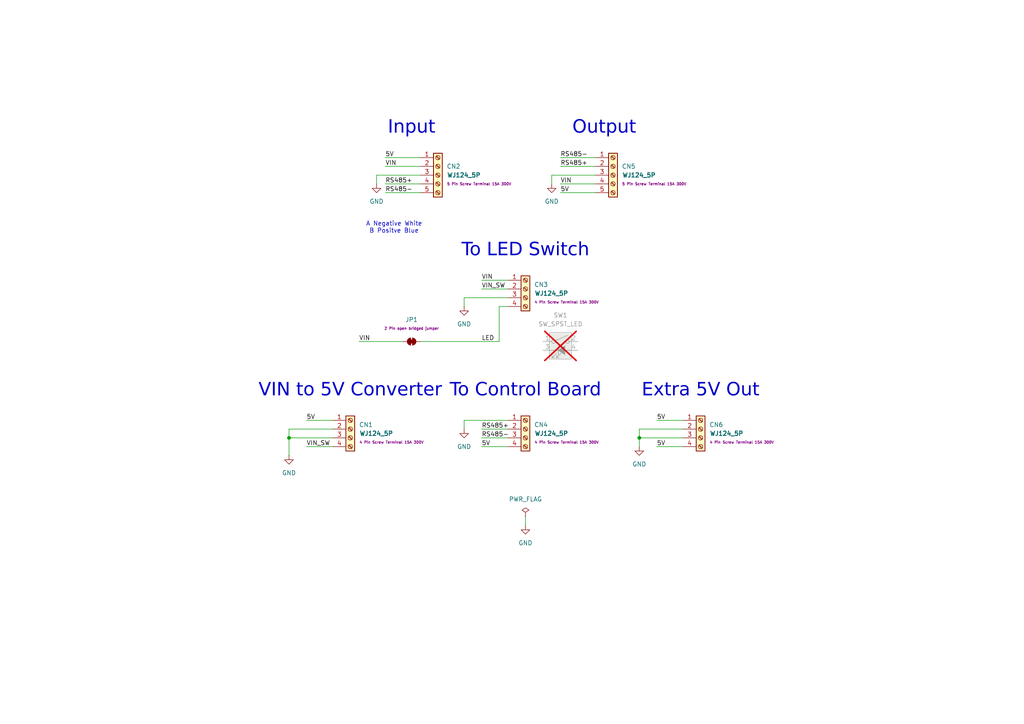
<source format=kicad_sch>
(kicad_sch (version 20231120) (generator "eeschema") (generator_version "8.0")
  (paper "A4")
  (lib_symbols
    (symbol "LiveAstra:CN_SCREW_TERMINAL_WJ124_4P_15A" (pin_names hide)
      (property "Reference" "CN" (at 0 12.7 0))
      (property "Value" "WJ124_5P" (at 0 10.16 0))
      (property "Extra Values" "4 Pin Screw Terminal 15A 300V" (at 0 7.62 0))
      (symbol "CN_SCREW_TERMINAL_WJ124_4P_15A_1_1"
        (rectangle (start -1.27 6.35) (end 1.27 -3.81) (stroke (width 0.254)) (fill (type background)))
        (circle (center 0 -2.54) (radius 0.635) (stroke (width 0.1524)))
        (polyline (pts (xy -0.5334 -2.2098) (xy 0.3302 -3.048)) (stroke (width 0.1524)))
        (polyline (pts (xy -0.5334 0.3302) (xy 0.3302 -0.508)) (stroke (width 0.1524)))
        (polyline (pts (xy -0.5334 2.8702) (xy 0.3302 2.032)) (stroke (width 0.1524)))
        (polyline (pts (xy -0.5334 5.4102) (xy 0.3302 4.572)) (stroke (width 0.1524)))
        (polyline (pts (xy -0.3556 -2.032) (xy 0.508 -2.8702)) (stroke (width 0.1524)))
        (polyline (pts (xy -0.3556 0.508) (xy 0.508 -0.3302)) (stroke (width 0.1524)))
        (polyline (pts (xy -0.3556 3.048) (xy 0.508 2.2098)) (stroke (width 0.1524)))
        (polyline (pts (xy -0.3556 5.588) (xy 0.508 4.7498)) (stroke (width 0.1524)))
        (circle (center 0 0) (radius 0.635) (stroke (width 0.1524)))
        (circle (center 0 2.54) (radius 0.635) (stroke (width 0.1524)))
        (circle (center 0 5.08) (radius 0.635) (stroke (width 0.1524)))
        (pin passive line (at -5.08 5.08 0) (length 3.81) (name "Pin_1") (number "1"))
        (pin passive line (at -5.08 2.54 0) (length 3.81) (name "Pin_2") (number "2"))
        (pin passive line (at -5.08 0 0) (length 3.81) (name "Pin_3") (number "3"))
        (pin passive line (at -5.08 -2.54 0) (length 3.81) (name "Pin_4") (number "4"))
      )
    )
    (symbol "LiveAstra:CN_SCREW_TERMINAL_WJ124_5P_15A" (pin_names hide)
      (property "Reference" "CN" (at 0 13.97 0))
      (property "Value" "WJ124_5P" (at 0 11.43 0))
      (property "Extra Values" "5 Pin Screw Terminal 15A 300V" (at 0 8.89 0))
      (symbol "CN_SCREW_TERMINAL_WJ124_5P_15A_1_1"
        (rectangle (start -1.27 6.35) (end 1.27 -6.35) (stroke (width 0.254)) (fill (type background)))
        (circle (center 0 -5.08) (radius 0.635) (stroke (width 0.1524)))
        (circle (center 0 -2.54) (radius 0.635) (stroke (width 0.1524)))
        (polyline (pts (xy -0.5334 -4.7498) (xy 0.3302 -5.588)) (stroke (width 0.1524)))
        (polyline (pts (xy -0.5334 -2.2098) (xy 0.3302 -3.048)) (stroke (width 0.1524)))
        (polyline (pts (xy -0.5334 0.3302) (xy 0.3302 -0.508)) (stroke (width 0.1524)))
        (polyline (pts (xy -0.5334 2.8702) (xy 0.3302 2.032)) (stroke (width 0.1524)))
        (polyline (pts (xy -0.5334 5.4102) (xy 0.3302 4.572)) (stroke (width 0.1524)))
        (polyline (pts (xy -0.3556 -4.572) (xy 0.508 -5.4102)) (stroke (width 0.1524)))
        (polyline (pts (xy -0.3556 -2.032) (xy 0.508 -2.8702)) (stroke (width 0.1524)))
        (polyline (pts (xy -0.3556 0.508) (xy 0.508 -0.3302)) (stroke (width 0.1524)))
        (polyline (pts (xy -0.3556 3.048) (xy 0.508 2.2098)) (stroke (width 0.1524)))
        (polyline (pts (xy -0.3556 5.588) (xy 0.508 4.7498)) (stroke (width 0.1524)))
        (circle (center 0 0) (radius 0.635) (stroke (width 0.1524)))
        (circle (center 0 2.54) (radius 0.635) (stroke (width 0.1524)))
        (circle (center 0 5.08) (radius 0.635) (stroke (width 0.1524)))
        (pin passive line (at -5.08 5.08 0) (length 3.81) (name "Pin_1") (number "1"))
        (pin passive line (at -5.08 2.54 0) (length 3.81) (name "Pin_2") (number "2"))
        (pin passive line (at -5.08 0 0) (length 3.81) (name "Pin_3") (number "3"))
        (pin passive line (at -5.08 -2.54 0) (length 3.81) (name "Pin_4") (number "4"))
        (pin passive line (at -5.08 -5.08 0) (length 3.81) (name "Pin_5") (number "5"))
      )
    )
    (symbol "LiveAstra:JP_SolderJumper_2_Bridged" (pin_numbers hide) (pin_names (offset 0) hide) (exclude_from_sim yes) (in_bom no)
      (property "Reference" "JP" (at 0 2.54 0))
      (symbol "JP_SolderJumper_2_Bridged_0_1"
        (rectangle (start -0.508 0.508) (end 0.508 -0.508) (fill (type outline)))
        (arc (start -0.254 1.016) (mid -1.2656 0) (end -0.254 -1.016))
        (arc (start -0.254 1.016) (mid -1.2656 0) (end -0.254 -1.016) (fill (type outline)))
        (polyline (pts (xy -0.254 1.016) (xy -0.254 -1.016)))
        (polyline (pts (xy 0.254 1.016) (xy 0.254 -1.016)))
        (arc (start 0.254 -1.016) (mid 1.2656 0) (end 0.254 1.016))
        (arc (start 0.254 -1.016) (mid 1.2656 0) (end 0.254 1.016) (fill (type outline)))
      )
      (symbol "JP_SolderJumper_2_Bridged_1_1"
        (pin passive line (at -2.54 0 0) (length 1.27) (name "A") (number "1"))
        (pin passive line (at 2.54 0 180) (length 1.27) (name "B") (number "2"))
      )
    )
    (symbol "Switch:SW_SPST_LED" (pin_names (offset 1.016) hide)
      (property "Reference" "SW" (at 0 6.35 0))
      (property "Value" "SW_SPST_LED" (at 0 -3.81 0))
      (symbol "SW_SPST_LED_0_0"
        (polyline (pts (xy -2.54 0) (xy 2.54 0)))
        (polyline (pts (xy -2.413 -2.159) (xy -1.143 -0.889)))
        (polyline (pts (xy -1.143 -2.159) (xy 0.127 -0.889)))
        (polyline (pts (xy -0.635 1.27) (xy -0.635 -1.27)))
        (polyline (pts (xy -2.413 -1.524) (xy -2.413 -2.159) (xy -1.778 -2.159)))
        (polyline (pts (xy -1.143 -1.524) (xy -1.143 -2.159) (xy -0.508 -2.159)))
        (polyline (pts (xy -0.635 0) (xy 1.27 1.27) (xy 1.27 -1.27) (xy -0.635 0)) (fill (type outline)))
      )
      (symbol "SW_SPST_LED_0_1"
        (circle (center -2.032 2.54) (radius 0.508))
        (polyline (pts (xy -1.524 2.794) (xy 2.032 4.318)))
        (circle (center 2.032 2.54) (radius 0.508))
        (pin passive line (at -5.08 2.54 0) (length 2.54) (name "1") (number "1"))
        (pin passive line (at 5.08 2.54 180) (length 2.54) (name "2") (number "2"))
        (pin passive line (at -5.08 0 0) (length 2.54) (name "K") (number "3"))
        (pin passive line (at 5.08 0 180) (length 2.54) (name "A") (number "4"))
      )
      (symbol "SW_SPST_LED_1_1"
        (rectangle (start -3.175 5.08) (end 3.175 -2.54) (fill (type background)))
      )
    )
    (symbol "power:GND" (power) (pin_numbers hide) (pin_names (offset 0) hide)
      (property "Value" "GND" (at 0 -3.81 0))
      (symbol "GND_0_1"
        (polyline (pts (xy 0 0) (xy 0 -1.27) (xy 1.27 -1.27) (xy 0 -2.54) (xy -1.27 -1.27) (xy 0 -1.27)))
      )
      (symbol "GND_1_1"
        (pin power_in line (at 0 0 270) (length 0) (name "~") (number "1"))
      )
    )
    (symbol "power:PWR_FLAG" (power) (pin_numbers hide) (pin_names (offset 0) hide)
      (property "Value" "PWR_FLAG" (at 0 3.81 0))
      (symbol "PWR_FLAG_0_0"
        (pin power_out line (at 0 0 90) (length 0) (name "~") (number "1"))
      )
      (symbol "PWR_FLAG_0_1"
        (polyline (pts (xy 0 0) (xy 0 1.27) (xy -1.016 1.905) (xy 0 2.54) (xy 1.016 1.905) (xy 0 1.27)))
      )
    )
  )
  (junction (at 185.42 127))
  (junction (at 83.82 127))
  (wire (pts (xy 111.76 55.88) (xy 121.92 55.88)))
  (wire (pts (xy 109.22 50.8) (xy 121.92 50.8)))
  (wire (pts (xy 190.5 129.54) (xy 198.12 129.54)))
  (wire (pts (xy 104.14 99.06) (xy 116.84 99.06)))
  (wire (pts (xy 139.7 81.28) (xy 147.32 81.28)))
  (wire (pts (xy 139.7 127) (xy 147.32 127)))
  (wire (pts (xy 134.62 86.36) (xy 134.62 88.9)))
  (wire (pts (xy 190.5 121.92) (xy 198.12 121.92)))
  (wire (pts (xy 185.42 124.46) (xy 198.12 124.46)))
  (wire (pts (xy 83.82 124.46) (xy 96.52 124.46)))
  (wire (pts (xy 111.76 48.26) (xy 121.92 48.26)))
  (wire (pts (xy 83.82 127) (xy 96.52 127)))
  (wire (pts (xy 185.42 124.46) (xy 185.42 127)))
  (wire (pts (xy 121.92 99.06) (xy 144.78 99.06)))
  (wire (pts (xy 111.76 45.72) (xy 121.92 45.72)))
  (wire (pts (xy 111.76 53.34) (xy 121.92 53.34)))
  (wire (pts (xy 83.82 127) (xy 83.82 132.08)))
  (wire (pts (xy 185.42 127) (xy 198.12 127)))
  (wire (pts (xy 144.78 88.9) (xy 147.32 88.9)))
  (wire (pts (xy 144.78 99.06) (xy 144.78 88.9)))
  (wire (pts (xy 162.56 55.88) (xy 172.72 55.88)))
  (wire (pts (xy 88.9 129.54) (xy 96.52 129.54)))
  (wire (pts (xy 162.56 48.26) (xy 172.72 48.26)))
  (wire (pts (xy 109.22 50.8) (xy 109.22 53.34)))
  (wire (pts (xy 152.4 152.4) (xy 152.4 149.86)))
  (wire (pts (xy 139.7 124.46) (xy 147.32 124.46)))
  (wire (pts (xy 162.56 53.34) (xy 172.72 53.34)))
  (wire (pts (xy 139.7 83.82) (xy 147.32 83.82)))
  (wire (pts (xy 162.56 45.72) (xy 172.72 45.72)))
  (wire (pts (xy 185.42 127) (xy 185.42 129.54)))
  (wire (pts (xy 88.9 121.92) (xy 96.52 121.92)))
  (wire (pts (xy 134.62 121.92) (xy 134.62 124.46)))
  (wire (pts (xy 134.62 121.92) (xy 147.32 121.92)))
  (wire (pts (xy 139.7 129.54) (xy 147.32 129.54)))
  (wire (pts (xy 160.02 50.8) (xy 160.02 53.34)))
  (wire (pts (xy 160.02 50.8) (xy 172.72 50.8)))
  (wire (pts (xy 83.82 124.46) (xy 83.82 127)))
  (wire (pts (xy 134.62 86.36) (xy 147.32 86.36)))
  (text "A Negative White\nB Positve Blue" (at 114.3 66.04 0) (effects (font (size 1.27 1.27))))
  (text "To Control Board" (at 152.4 114.3 0) (effects (font (size 3.81 3.81))))
  (text "Extra 5V Out" (at 203.2 114.3 0) (effects (font (size 3.81 3.81))))
  (text "VIN to 5V Converter" (at 101.6 114.3 0) (effects (font (size 3.81 3.81))))
  (text "Output" (at 175.26 38.1 0) (effects (font (size 3.81 3.81))))
  (text "To LED Switch" (at 152.4 73.66 0) (effects (font (size 3.81 3.81))))
  (text "Input" (at 119.38 38.1 0) (effects (font (size 3.81 3.81))))
  (label "5V" (at 190.5 121.92 0))
  (label "RS485+" (at 139.7 124.46 0))
  (label "RS485-" (at 111.76 55.88 0))
  (label "VIN_SW" (at 139.7 83.82 0))
  (label "5V" (at 88.9 121.92 0))
  (label "5V" (at 162.56 55.88 0))
  (label "VIN" (at 111.76 48.26 0))
  (label "5V" (at 139.7 129.54 0))
  (label "VIN" (at 139.7 81.28 0))
  (label "RS485-" (at 162.56 45.72 0))
  (label "RS485-" (at 139.7 127 0))
  (label "5V" (at 111.76 45.72 0))
  (label "RS485+" (at 111.76 53.34 0))
  (label "RS485+" (at 162.56 48.26 0))
  (label "LED" (at 139.7 99.06 0))
  (label "VIN" (at 104.14 99.06 0))
  (label "VIN" (at 162.56 53.34 0))
  (label "VIN_SW" (at 88.9 129.54 0))
  (label "5V" (at 190.5 129.54 0))
  (symbol (lib_id "power:GND") (at 83.82 132.08 0) (unit 1)
    (property "Reference" "#PWR01" (effects (hide yes)))
    (property "Value" "GND" (at 83.82 137.16 0))
    (property "Description" "Power symbol creates a global label with name \"GND\" , ground" (effects (hide yes)))
  )
  (symbol (lib_id "power:PWR_FLAG") (at 152.4 149.86 0) (unit 1)
    (property "Reference" "#FLG01" (effects (hide yes)))
    (property "Value" "PWR_FLAG" (at 152.4 144.78 0))
    (property "Description" "Special symbol for telling ERC where power comes from" (effects (hide yes)))
  )
  (symbol (lib_id "power:GND") (at 185.42 129.54 0) (unit 1)
    (property "Reference" "#PWR09" (effects (hide yes)))
    (property "Value" "GND" (at 185.42 134.62 0))
    (property "Description" "Power symbol creates a global label with name \"GND\" , ground" (effects (hide yes)))
  )
  (symbol (lib_id "LiveAstra:CN_SCREW_TERMINAL_WJ124_4P_15A") (at 101.6 127 0) (unit 1)
    (property "Reference" "CN1" (at 104.14 123.1899 0) (effects (justify left)))
    (property "Value" "WJ124_5P" (at 104.14 125.73 0) (effects (font (bold yes)) (justify left)))
    (property "Footprint" "LiveAstra:CN_SCREW_TERMINAL_WJ124_4P-P3.81_KF124-4P" (effects (hide yes)))
    (property "Datasheet" "https://lcsc.com/product-detail/Terminal-Blocks_KF124-3-81-4P-pitch3-81mm_C69809.html" (effects (hide yes)))
    (property "Description" "1x4P -40℃~+105℃ 15A 300V Green 14~30 Direct Insert 3.81mm 1.5 1 4 Plugin,P=3.81mm Screw Terminal Blocks ROHS" (effects (hide yes)))
    (property "LCSC Part" "C69809" (effects (hide yes)))
    (property "Extra Values" "4 Pin Screw Terminal 15A 300V" (at 104.14 128.2699 0) (effects (font (size 0.762 0.762) (bold yes)) (justify left)))
    (property "MFR" "Ningbo Kangnex Elec" (effects (hide yes)))
    (property "MPN" "WJ124-3.81-4P" (effects (hide yes)))
  )
  (symbol (lib_id "LiveAstra:CN_SCREW_TERMINAL_WJ124_5P_15A") (at 177.8 50.8 0) (unit 1)
    (property "Reference" "CN5" (at 180.34 48.2599 0) (effects (justify left)))
    (property "Value" "WJ124_5P" (at 180.34 50.8 0) (effects (font (bold yes)) (justify left)))
    (property "Footprint" "LiveAstra:CN_SCREW_TERMINAL_WJ124_5P-P3.81_KF124-5P" (effects (hide yes)))
    (property "Datasheet" "https://lcsc.com/product-detail/Terminal-Blocks_WJ124-3-81-5P_C72336.html" (effects (hide yes)))
    (property "Description" "1x5P -40℃~+105℃ 15A 300V Green 14~30 Direct Insert 3.81mm 1.5 1 5 Plugin,P=3.81mm Screw Terminal Blocks ROHS" (effects (hide yes)))
    (property "LCSC Part" "C72336" (effects (hide yes)))
    (property "Extra Values" "5 Pin Screw Terminal 15A 300V" (at 180.34 53.3399 0) (effects (font (size 0.762 0.762) (bold yes)) (justify left)))
    (property "MFR" "Ningbo Kangnex Elec" (effects (hide yes)))
    (property "MPN" "WJ124-3.81-5P" (effects (hide yes)))
  )
  (symbol (lib_id "power:GND") (at 134.62 88.9 0) (unit 1)
    (property "Reference" "#PWR04" (effects (hide yes)))
    (property "Value" "GND" (at 134.62 93.98 0))
    (property "Description" "Power symbol creates a global label with name \"GND\" , ground" (effects (hide yes)))
  )
  (symbol (lib_id "power:GND") (at 160.02 53.34 0) (unit 1)
    (property "Reference" "#PWR07" (effects (hide yes)))
    (property "Value" "GND" (at 160.02 58.42 0))
    (property "Description" "Power symbol creates a global label with name \"GND\" , ground" (effects (hide yes)))
  )
  (symbol (lib_id "LiveAstra:JP_SolderJumper_2_Bridged") (at 119.38 99.06 0) (unit 1) (exclude_from_sim yes) (in_bom no)
    (property "Reference" "JP1" (at 119.38 92.71 0))
    (property "Value" "JP_SolderJumper_2_Bridged" (effects (hide yes)))
    (property "Footprint" "Jumper:SolderJumper-2_P1.3mm_Bridged_RoundedPad1.0x1.5mm" (effects (hide yes)))
    (property "Description" "Solder Jumper, 2-pole, closed/bridged" (effects (hide yes)))
    (property "Extra Values" "2 Pin open bridged jumper" (at 119.38 95.25 0) (effects (font (size 0.762 0.762) (bold yes))))
  )
  (symbol (lib_id "power:GND") (at 152.4 152.4 0) (unit 1)
    (property "Reference" "#PWR06" (effects (hide yes)))
    (property "Value" "GND" (at 152.4 157.48 0))
    (property "Description" "Power symbol creates a global label with name \"GND\" , ground" (effects (hide yes)))
  )
  (symbol (lib_id "power:GND") (at 109.22 53.34 0) (unit 1)
    (property "Reference" "#PWR02" (effects (hide yes)))
    (property "Value" "GND" (at 109.22 58.42 0))
    (property "Description" "Power symbol creates a global label with name \"GND\" , ground" (effects (hide yes)))
  )
  (symbol (lib_id "LiveAstra:CN_SCREW_TERMINAL_WJ124_5P_15A") (at 127 50.8 0) (unit 1)
    (property "Reference" "CN2" (at 129.54 48.2599 0) (effects (justify left)))
    (property "Value" "WJ124_5P" (at 129.54 50.8 0) (effects (font (bold yes)) (justify left)))
    (property "Footprint" "LiveAstra:CN_SCREW_TERMINAL_WJ124_5P-P3.81_KF124-5P" (effects (hide yes)))
    (property "Datasheet" "https://lcsc.com/product-detail/Terminal-Blocks_WJ124-3-81-5P_C72336.html" (effects (hide yes)))
    (property "Description" "1x5P -40℃~+105℃ 15A 300V Green 14~30 Direct Insert 3.81mm 1.5 1 5 Plugin,P=3.81mm Screw Terminal Blocks ROHS" (effects (hide yes)))
    (property "LCSC Part" "C72336" (effects (hide yes)))
    (property "Extra Values" "5 Pin Screw Terminal 15A 300V" (at 129.54 53.3399 0) (effects (font (size 0.762 0.762) (bold yes)) (justify left)))
    (property "MFR" "Ningbo Kangnex Elec" (effects (hide yes)))
    (property "MPN" "WJ124-3.81-5P" (effects (hide yes)))
  )
  (symbol (lib_id "LiveAstra:CN_SCREW_TERMINAL_WJ124_4P_15A") (at 152.4 86.36 0) (unit 1)
    (property "Reference" "CN3" (at 154.94 82.5499 0) (effects (justify left)))
    (property "Value" "WJ124_5P" (at 154.94 85.09 0) (effects (font (bold yes)) (justify left)))
    (property "Footprint" "LiveAstra:CN_SCREW_TERMINAL_WJ124_4P-P3.81_KF124-4P" (effects (hide yes)))
    (property "Datasheet" "https://lcsc.com/product-detail/Terminal-Blocks_KF124-3-81-4P-pitch3-81mm_C69809.html" (effects (hide yes)))
    (property "Description" "1x4P -40℃~+105℃ 15A 300V Green 14~30 Direct Insert 3.81mm 1.5 1 4 Plugin,P=3.81mm Screw Terminal Blocks ROHS" (effects (hide yes)))
    (property "LCSC Part" "C69809" (effects (hide yes)))
    (property "Extra Values" "4 Pin Screw Terminal 15A 300V" (at 154.94 87.6299 0) (effects (font (size 0.762 0.762) (bold yes)) (justify left)))
    (property "MFR" "Ningbo Kangnex Elec" (effects (hide yes)))
    (property "MPN" "WJ124-3.81-4P" (effects (hide yes)))
  )
  (symbol (lib_id "LiveAstra:CN_SCREW_TERMINAL_WJ124_4P_15A") (at 152.4 127 0) (unit 1)
    (property "Reference" "CN4" (at 154.94 123.1899 0) (effects (justify left)))
    (property "Value" "WJ124_5P" (at 154.94 125.73 0) (effects (font (bold yes)) (justify left)))
    (property "Footprint" "LiveAstra:CN_SCREW_TERMINAL_WJ124_4P-P3.81_KF124-4P" (effects (hide yes)))
    (property "Datasheet" "https://lcsc.com/product-detail/Terminal-Blocks_KF124-3-81-4P-pitch3-81mm_C69809.html" (effects (hide yes)))
    (property "Description" "1x4P -40℃~+105℃ 15A 300V Green 14~30 Direct Insert 3.81mm 1.5 1 4 Plugin,P=3.81mm Screw Terminal Blocks ROHS" (effects (hide yes)))
    (property "LCSC Part" "C69809" (effects (hide yes)))
    (property "Extra Values" "4 Pin Screw Terminal 15A 300V" (at 154.94 128.2699 0) (effects (font (size 0.762 0.762) (bold yes)) (justify left)))
    (property "MFR" "Ningbo Kangnex Elec" (effects (hide yes)))
    (property "MPN" "WJ124-3.81-4P" (effects (hide yes)))
  )
  (symbol (lib_id "LiveAstra:CN_SCREW_TERMINAL_WJ124_4P_15A") (at 203.2 127 0) (unit 1)
    (property "Reference" "CN6" (at 205.74 123.1899 0) (effects (justify left)))
    (property "Value" "WJ124_5P" (at 205.74 125.73 0) (effects (font (bold yes)) (justify left)))
    (property "Footprint" "LiveAstra:CN_SCREW_TERMINAL_WJ124_4P-P3.81_KF124-4P" (effects (hide yes)))
    (property "Datasheet" "https://lcsc.com/product-detail/Terminal-Blocks_KF124-3-81-4P-pitch3-81mm_C69809.html" (effects (hide yes)))
    (property "Description" "1x4P -40℃~+105℃ 15A 300V Green 14~30 Direct Insert 3.81mm 1.5 1 4 Plugin,P=3.81mm Screw Terminal Blocks ROHS" (effects (hide yes)))
    (property "LCSC Part" "C69809" (effects (hide yes)))
    (property "Extra Values" "4 Pin Screw Terminal 15A 300V" (at 205.74 128.2699 0) (effects (font (size 0.762 0.762) (bold yes)) (justify left)))
    (property "MFR" "Ningbo Kangnex Elec" (effects (hide yes)))
    (property "MPN" "WJ124-3.81-4P" (effects (hide yes)))
  )
  (symbol (lib_id "power:GND") (at 134.62 124.46 0) (unit 1)
    (property "Reference" "#PWR05" (effects (hide yes)))
    (property "Value" "GND" (at 134.62 129.54 0))
    (property "Description" "Power symbol creates a global label with name \"GND\" , ground" (effects (hide yes)))
  )
  (symbol (lib_id "Switch:SW_SPST_LED") (at 162.56 101.6 0) (unit 1) (in_bom no) (on_board no) (dnp yes)
    (property "Reference" "SW1" (at 162.56 91.44 0))
    (property "Value" "SW_SPST_LED" (at 162.56 93.98 0))
    (property "Description" "Single Pole Single Throw (SPST) switch with LED, generic" (effects (hide yes)))
  )
)
</source>
